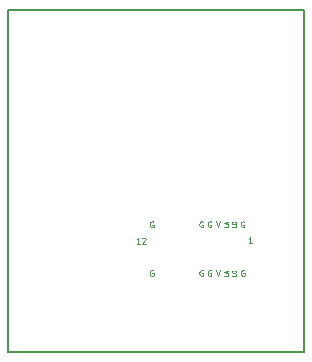
<source format=gbr>
G04 #@! TF.GenerationSoftware,KiCad,Pcbnew,5.0.2+dfsg1-1~bpo9+1*
G04 #@! TF.CreationDate,2018-12-31T18:08:11+00:00*
G04 #@! TF.ProjectId,13_full_breakout_gpio,31335f66-756c-46c5-9f62-7265616b6f75,rev?*
G04 #@! TF.SameCoordinates,Original*
G04 #@! TF.FileFunction,Legend,Top*
G04 #@! TF.FilePolarity,Positive*
%FSLAX46Y46*%
G04 Gerber Fmt 4.6, Leading zero omitted, Abs format (unit mm)*
G04 Created by KiCad (PCBNEW 5.0.2+dfsg1-1~bpo9+1) date Mon 31 Dec 2018 18:08:11 GMT*
%MOMM*%
%LPD*%
G01*
G04 APERTURE LIST*
%ADD10C,0.150000*%
%ADD11C,0.125000*%
%ADD12C,0.075000*%
G04 APERTURE END LIST*
D10*
G04 #@! TO.C,U1*
X146939000Y-97155000D02*
X171958000Y-97155000D01*
X146939000Y-68135500D02*
X171958000Y-68135500D01*
X171958000Y-68135500D02*
X171958000Y-97155000D01*
X146939000Y-97155000D02*
X146939000Y-68135500D01*
D11*
X167579180Y-87918727D02*
X167293465Y-87918727D01*
X167436323Y-87918727D02*
X167436323Y-87418727D01*
X167388703Y-87490156D01*
X167341084Y-87537775D01*
X167293465Y-87561584D01*
X158082784Y-87931427D02*
X157797070Y-87931427D01*
X157939927Y-87931427D02*
X157939927Y-87431427D01*
X157892308Y-87502856D01*
X157844689Y-87550475D01*
X157797070Y-87574284D01*
X158273261Y-87479046D02*
X158297070Y-87455237D01*
X158344689Y-87431427D01*
X158463737Y-87431427D01*
X158511356Y-87455237D01*
X158535165Y-87479046D01*
X158558975Y-87526665D01*
X158558975Y-87574284D01*
X158535165Y-87645713D01*
X158249451Y-87931427D01*
X158558975Y-87931427D01*
X166894175Y-86070937D02*
X166846556Y-86047127D01*
X166775127Y-86047127D01*
X166703699Y-86070937D01*
X166656080Y-86118556D01*
X166632270Y-86166175D01*
X166608461Y-86261413D01*
X166608461Y-86332841D01*
X166632270Y-86428079D01*
X166656080Y-86475698D01*
X166703699Y-86523317D01*
X166775127Y-86547127D01*
X166822746Y-86547127D01*
X166894175Y-86523317D01*
X166917984Y-86499508D01*
X166917984Y-86332841D01*
X166822746Y-86332841D01*
X164112875Y-86070937D02*
X164065256Y-86047127D01*
X163993827Y-86047127D01*
X163922399Y-86070937D01*
X163874780Y-86118556D01*
X163850970Y-86166175D01*
X163827161Y-86261413D01*
X163827161Y-86332841D01*
X163850970Y-86428079D01*
X163874780Y-86475698D01*
X163922399Y-86523317D01*
X163993827Y-86547127D01*
X164041446Y-86547127D01*
X164112875Y-86523317D01*
X164136684Y-86499508D01*
X164136684Y-86332841D01*
X164041446Y-86332841D01*
X163401675Y-86070937D02*
X163354056Y-86047127D01*
X163282627Y-86047127D01*
X163211199Y-86070937D01*
X163163580Y-86118556D01*
X163139770Y-86166175D01*
X163115961Y-86261413D01*
X163115961Y-86332841D01*
X163139770Y-86428079D01*
X163163580Y-86475698D01*
X163211199Y-86523317D01*
X163282627Y-86547127D01*
X163330246Y-86547127D01*
X163401675Y-86523317D01*
X163425484Y-86499508D01*
X163425484Y-86332841D01*
X163330246Y-86332841D01*
X159210675Y-86070937D02*
X159163056Y-86047127D01*
X159091627Y-86047127D01*
X159020199Y-86070937D01*
X158972580Y-86118556D01*
X158948770Y-86166175D01*
X158924961Y-86261413D01*
X158924961Y-86332841D01*
X158948770Y-86428079D01*
X158972580Y-86475698D01*
X159020199Y-86523317D01*
X159091627Y-86547127D01*
X159139246Y-86547127D01*
X159210675Y-86523317D01*
X159234484Y-86499508D01*
X159234484Y-86332841D01*
X159139246Y-86332841D01*
X166919575Y-90198437D02*
X166871956Y-90174627D01*
X166800527Y-90174627D01*
X166729099Y-90198437D01*
X166681480Y-90246056D01*
X166657670Y-90293675D01*
X166633861Y-90388913D01*
X166633861Y-90460341D01*
X166657670Y-90555579D01*
X166681480Y-90603198D01*
X166729099Y-90650817D01*
X166800527Y-90674627D01*
X166848146Y-90674627D01*
X166919575Y-90650817D01*
X166943384Y-90627008D01*
X166943384Y-90460341D01*
X166848146Y-90460341D01*
X164100175Y-90198437D02*
X164052556Y-90174627D01*
X163981127Y-90174627D01*
X163909699Y-90198437D01*
X163862080Y-90246056D01*
X163838270Y-90293675D01*
X163814461Y-90388913D01*
X163814461Y-90460341D01*
X163838270Y-90555579D01*
X163862080Y-90603198D01*
X163909699Y-90650817D01*
X163981127Y-90674627D01*
X164028746Y-90674627D01*
X164100175Y-90650817D01*
X164123984Y-90627008D01*
X164123984Y-90460341D01*
X164028746Y-90460341D01*
X163401675Y-90198437D02*
X163354056Y-90174627D01*
X163282627Y-90174627D01*
X163211199Y-90198437D01*
X163163580Y-90246056D01*
X163139770Y-90293675D01*
X163115961Y-90388913D01*
X163115961Y-90460341D01*
X163139770Y-90555579D01*
X163163580Y-90603198D01*
X163211199Y-90650817D01*
X163282627Y-90674627D01*
X163330246Y-90674627D01*
X163401675Y-90650817D01*
X163425484Y-90627008D01*
X163425484Y-90460341D01*
X163330246Y-90460341D01*
X159210675Y-90198437D02*
X159163056Y-90174627D01*
X159091627Y-90174627D01*
X159020199Y-90198437D01*
X158972580Y-90246056D01*
X158948770Y-90293675D01*
X158924961Y-90388913D01*
X158924961Y-90460341D01*
X158948770Y-90555579D01*
X158972580Y-90603198D01*
X159020199Y-90650817D01*
X159091627Y-90674627D01*
X159139246Y-90674627D01*
X159210675Y-90650817D01*
X159234484Y-90627008D01*
X159234484Y-90460341D01*
X159139246Y-90460341D01*
X164488356Y-90174627D02*
X164655023Y-90674627D01*
X164821689Y-90174627D01*
X164501056Y-86047127D02*
X164667723Y-86547127D01*
X164834389Y-86047127D01*
D12*
X166200437Y-86378079D02*
X166200437Y-86520937D01*
X165900437Y-86520937D01*
X166171865Y-86106651D02*
X166186151Y-86120937D01*
X166200437Y-86163794D01*
X166200437Y-86192365D01*
X166186151Y-86235222D01*
X166157580Y-86263794D01*
X166129008Y-86278079D01*
X166071865Y-86292365D01*
X166029008Y-86292365D01*
X165971865Y-86278079D01*
X165943294Y-86263794D01*
X165914723Y-86235222D01*
X165900437Y-86192365D01*
X165900437Y-86163794D01*
X165914723Y-86120937D01*
X165929008Y-86106651D01*
X166200437Y-90518279D02*
X166200437Y-90661137D01*
X165900437Y-90661137D01*
X166171865Y-90246851D02*
X166186151Y-90261137D01*
X166200437Y-90303994D01*
X166200437Y-90332565D01*
X166186151Y-90375422D01*
X166157580Y-90403994D01*
X166129008Y-90418279D01*
X166071865Y-90432565D01*
X166029008Y-90432565D01*
X165971865Y-90418279D01*
X165943294Y-90403994D01*
X165914723Y-90375422D01*
X165900437Y-90332565D01*
X165900437Y-90303994D01*
X165914723Y-90261137D01*
X165929008Y-90246851D01*
X165514637Y-90496851D02*
X165514637Y-90639708D01*
X165214637Y-90639708D01*
X165428923Y-90411137D02*
X165428923Y-90268279D01*
X165514637Y-90439708D02*
X165214637Y-90339708D01*
X165514637Y-90239708D01*
X165501937Y-86356651D02*
X165501937Y-86499508D01*
X165201937Y-86499508D01*
X165416223Y-86270937D02*
X165416223Y-86128079D01*
X165501937Y-86299508D02*
X165201937Y-86199508D01*
X165501937Y-86099508D01*
G04 #@! TD*
M02*

</source>
